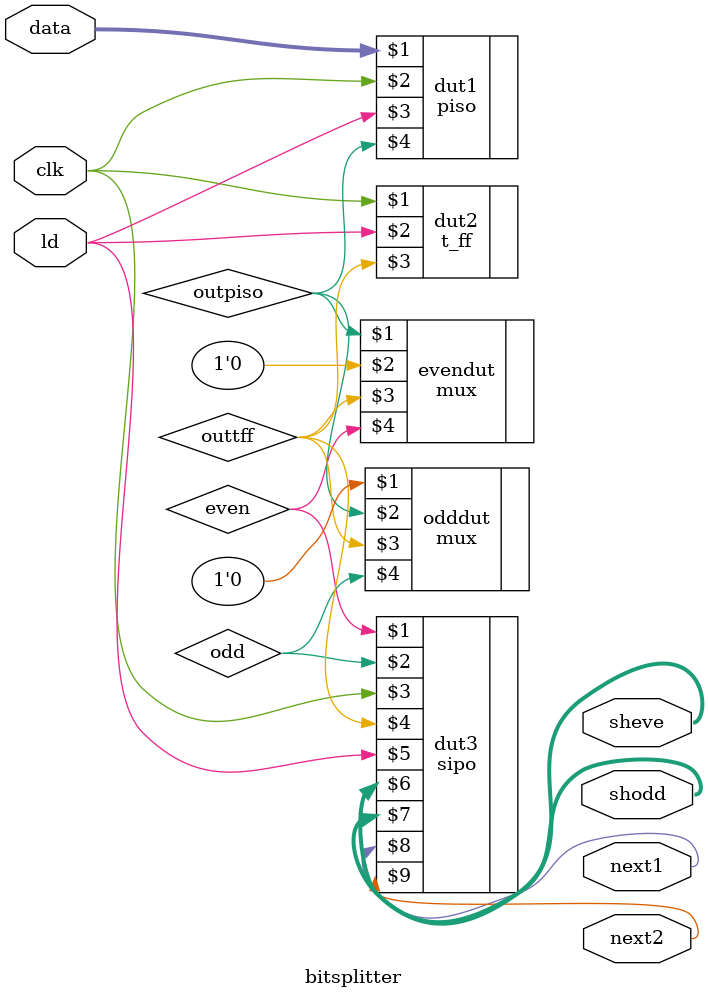
<source format=v>
`timescale 1ns / 1ps


module bitsplitter(
input [7:0]data,
input clk,ld,
output [3:0]sheve,
output [3:0]shodd,
output next1,next2);

wire outpiso,outtff,even,odd;

piso dut1(data,clk,ld,outpiso);

t_ff dut2(clk,ld,outtff);

mux evendut(outpiso,1'b0,outtff,even);

mux odddut (1'b0,outpiso,outtff,odd);

sipo dut3(even,odd,clk,outtff,ld,sheve,shodd,next1,next2);

endmodule

</source>
